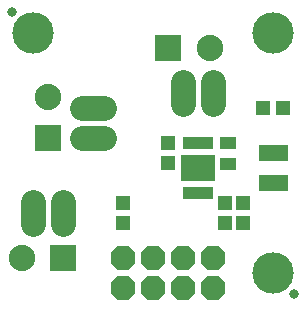
<source format=gbr>
G04 EAGLE Gerber RS-274X export*
G75*
%MOMM*%
%FSLAX34Y34*%
%LPD*%
%INSoldermask Top*%
%IPPOS*%
%AMOC8*
5,1,8,0,0,1.08239X$1,22.5*%
G01*
%ADD10R,1.203200X1.303200*%
%ADD11R,2.997200X2.286200*%
%ADD12R,0.508200X1.092200*%
%ADD13R,1.403200X1.003200*%
%ADD14R,0.838200X1.473200*%
%ADD15R,1.303200X1.203200*%
%ADD16C,2.082800*%
%ADD17R,2.235200X2.235200*%
%ADD18C,2.235200*%
%ADD19P,2.254402X8X22.500000*%
%ADD20C,3.505200*%
%ADD21C,0.838200*%


D10*
X187960Y67700D03*
X187960Y84700D03*
X203200Y67700D03*
X203200Y84700D03*
X139700Y118500D03*
X139700Y135500D03*
D11*
X165100Y114300D03*
D12*
X165100Y93205D03*
X160100Y93205D03*
X155100Y93205D03*
X170100Y93205D03*
X175100Y93205D03*
X165100Y135395D03*
X160100Y135395D03*
X155100Y135395D03*
X170100Y135395D03*
X175100Y135395D03*
D13*
X190500Y118000D03*
X190500Y136000D03*
D10*
X101600Y67700D03*
X101600Y84700D03*
D14*
X220472Y127000D03*
X228600Y127000D03*
X236728Y127000D03*
X220472Y101600D03*
X228600Y101600D03*
X236728Y101600D03*
D15*
X220100Y165100D03*
X237100Y165100D03*
D16*
X152400Y168402D02*
X152400Y187198D01*
X177800Y187198D02*
X177800Y168402D01*
D17*
X139700Y215900D03*
D18*
X174700Y215900D03*
D19*
X101600Y38100D03*
X101600Y12700D03*
X127000Y38100D03*
X127000Y12700D03*
X152400Y38100D03*
X152400Y12700D03*
X177800Y38100D03*
X177800Y12700D03*
D16*
X50800Y66802D02*
X50800Y85598D01*
X25400Y85598D02*
X25400Y66802D01*
D17*
X50800Y38100D03*
D18*
X15800Y38100D03*
D17*
X38100Y139700D03*
D18*
X38100Y174700D03*
D16*
X66802Y139700D02*
X85598Y139700D01*
X85598Y165100D02*
X66802Y165100D01*
D20*
X25400Y228600D03*
X228600Y228600D03*
X228600Y25400D03*
D21*
X7620Y246380D03*
X246380Y7620D03*
M02*

</source>
